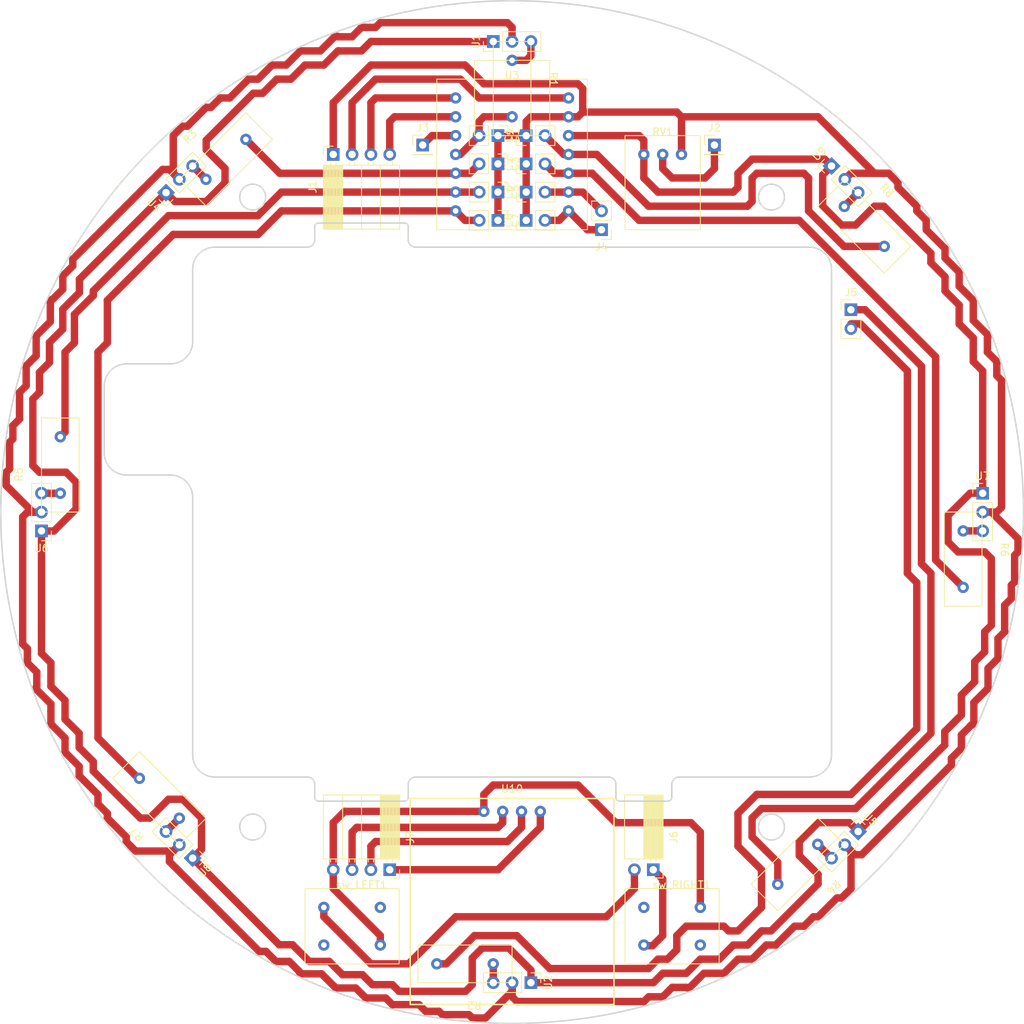
<source format=kicad_pcb>
(kicad_pcb (version 20211014) (generator pcbnew)
  (layers (0 "F.Cu" signal) (31 "B.Cu" signal) (34 "B.Paste" user) (35 "F.Paste" user) (36 "B.SilkS" user "B.Silkscreen") (37 "F.SilkS" user "F.Silkscreen") (38 "B.Mask" user) (39 "F.Mask" user) (44 "Edge.Cuts" user))
  (net 0 "")
  (net 1 "GND")
  (net 2 "IR1")
  (net 3 "IR5")
  (net 4 "IR2")
  (net 5 "IR6")
  (net 6 "IR3")
  (net 7 "IR7")
  (net 8 "IR4")
  (net 9 "IR8")
  (net 10 "IR_DAC")
  (net 11 "IR_dist")
  (net 12 "+5V")
  (net 13 "Net-(R1-Pad1)")
  (net 14 "Net-(R2-Pad1)")
  (net 15 "Net-(R3-Pad1)")
  (net 16 "Net-(R4-Pad1)")
  (net 17 "Net-(R5-Pad1)")
  (net 18 "Net-(R6-Pad1)")
  (net 19 "Net-(R7-Pad1)")
  (net 20 "Net-(R8-Pad1)")
  (net 21 "+3V3")
  (net 22 "IR_Potention")
  (net 23 "Net-(J3-Pad1)")
  (net 24 "Net-(J6-Pad1)")
  (net 25 "Net-(J6-Pad2)")
  (net 26 "Net-(C6-Pad2)")
  (net 27 "Net-(C8-Pad2)")
  (net 28 "Net-(J7-Pad1)")
  (net 29 "Net-(J7-Pad2)")
  (net 30 "Net-(J7-Pad3)")
  (net 31 "Net-(J7-Pad4)")
  (footprint "Connector_PinHeader_2.54mm:PinHeader_1x03_P2.54mm_Vertical" (layer "F.Cu") (at 43.105229 -46.697332 45)
    (fp_text reference "U9")
    (fp_text value "IR8")
  )
  (footprint "Connector_PinHeader_2.54mm:PinHeader_1x02_P2.54mm_Vertical" (layer "F.Cu") (at -1.905 -43.18 -90)
    (fp_text reference "C5")
    (fp_text value "C_3")
  )
  (footprint "Connector_PinHeader_2.54mm:PinHeader_1x02_P2.54mm_Vertical" (layer "F.Cu") (at 1.905 -50.8 90)
    (fp_text reference "C4")
    (fp_text value "C_2")
  )
  (footprint "MINE:R" (layer "F.Cu") (at 65.945 5.08 -90)
    (fp_text reference "R6")
    (fp_text value "R")
  )
  (footprint "Connector_PinHeader_2.54mm:PinHeader_1x02_P2.54mm_Vertical" (layer "F.Cu") (at 1.905 -46.99 90)
    (fp_text reference "C2")
    (fp_text value "C_2")
  )
  (footprint "Connector_PinHeader_2.54mm:PinHeader_1x03_P2.54mm_Vertical" (layer "F.Cu") (at -46.697332 -43.105229 135)
    (fp_text reference "U4")
    (fp_text value "IR2")
  )
  (footprint "MINE:R" (layer "F.Cu") (at 43.038054 50.222259 -135)
    (fp_text reference "R4")
    (fp_text value "R")
  )
  (footprint "Connector_PinHeader_2.54mm:PinHeader_1x01_P2.54mm_Vertical" (layer "F.Cu") (at 27.305 -49.53)
    (fp_text reference "J2")
    (fp_text value "b")
  )
  (footprint "Connector_PinHeader_2.54mm:PinHeader_1x02_P2.54mm_Vertical" (layer "F.Cu") (at -1.905 -50.8 -90)
    (fp_text reference "C1")
    (fp_text value "C_1")
  )
  (footprint "OLED:0.96inchOLED" (layer "F.Cu") (at 0 37.845)
    (fp_text reference "U10")
    (fp_text value "0.96inchOLED")
  )
  (footprint "R_Potentiometer:Potentiometer" (layer "F.Cu") (at 20.32 -50.8)
    (fp_text reference "RV1")
    (fp_text value "R_Potentiometer")
  )
  (footprint "Connector_PinHeader_2.54mm:PinHeader_1x03_P2.54mm_Vertical" (layer "F.Cu") (at 2.54 63.5 -90)
    (fp_text reference "U2")
    (fp_text value "IR5")
  )
  (footprint "Connector_PinHeader_2.54mm:PinHeader_1x02_P2.54mm_Vertical" (layer "F.Cu") (at -1.905 -39.37 -90)
    (fp_text reference "C7")
    (fp_text value "C_4")
  )
  (footprint "Connector_PinHeader_2.54mm:PinHeader_1x02_P2.54mm_Vertical" (layer "F.Cu") (at 12.065 -38.1 180)
    (fp_text reference "J4")
    (fp_text value "a")
  )
  (footprint "Connector_PinHeader_2.54mm:PinHeader_1x02_P2.54mm_Vertical" (layer "F.Cu") (at 1.905 -43.18 90)
    (fp_text reference "C6")
    (fp_text value "C_8")
  )
  (footprint "Connector_PinHeader_2.54mm:PinHeader_1x02_P2.54mm_Vertical" (layer "F.Cu") (at -1.905 -46.99 -90)
    (fp_text reference "C3")
    (fp_text value "C_2")
  )
  (footprint "Connector_PinHeader_2.54mm:PinHeader_1x02_P2.54mm_Vertical" (layer "F.Cu") (at 45.72 -27.305)
    (fp_text reference "J5")
    (fp_text value "a")
  )
  (footprint "TACTSW:TACTSW" (layer "F.Cu") (at -20.32 50.8)
    (fp_text reference "sw_LEFT1")
    (fp_text value "SW_Push_Dual")
  )
  (footprint "Connector_PinSocket_2.54mm:PinSocket_1x04_P2.54mm_Horizontal" (layer "F.Cu") (at -24.13 -48.26 90)
    (fp_text reference "J1")
    (fp_text value "IR")
  )
  (footprint "Connector_PinHeader_2.54mm:PinHeader_1x03_P2.54mm_Vertical" (layer "F.Cu") (at 46.697332 43.105229 -45)
    (fp_text reference "U5")
    (fp_text value "IR6")
  )
  (footprint "Connector_PinSocket_2.54mm:PinSocket_1x04_P2.54mm_Horizontal" (layer "F.Cu") (at -16.51 48.26 -90)
    (fp_text reference "J7")
    (fp_text value "OLED")
  )
  (footprint "MINE:R" (layer "F.Cu") (at 5.08 -58.42 -90)
    (fp_text reference "R1")
    (fp_text value "R")
  )
  (footprint "Connector_PinHeader_2.54mm:PinHeader_1x03_P2.54mm_Vertical" (layer "F.Cu") (at -63.5 2.54 180)
    (fp_text reference "U6")
    (fp_text value "IR3")
  )
  (footprint "MINE:R" (layer "F.Cu") (at -5.08 66.04 180)
    (fp_text reference "R2")
    (fp_text value "R")
  )
  (footprint "TACTSW:TACTSW" (layer "F.Cu") (at 22.86 50.8)
    (fp_text reference "sw_RIGHT1")
    (fp_text value "SW_Push_Dual")
  )
  (footprint "MINE:R" (layer "F.Cu") (at -50.289434 43.105229 135)
    (fp_text reference "R7")
    (fp_text value "R")
  )
  (footprint "Connector_PinHeader_2.54mm:PinHeader_1x03_P2.54mm_Vertical" (layer "F.Cu") (at -43.105229 46.697332 -135)
    (fp_text reference "U8")
    (fp_text value "IR4")
  )
  (footprint "Connector_PinHeader_2.54mm:PinHeader_1x01_P2.54mm_Vertical" (layer "F.Cu") (at -12.065 -49.53)
    (fp_text reference "J3")
    (fp_text value "b")
  )
  (footprint "Connector_PinHeader_2.54mm:PinHeader_1x03_P2.54mm_Vertical" (layer "F.Cu") (at -2.54 -63.5 90)
    (fp_text reference "U1")
    (fp_text value "IR1")
  )
  (footprint "MINE:R" (layer "F.Cu") (at 50.222259 -43.038054 -45)
    (fp_text reference "R8")
    (fp_text value "R")
  )
  (footprint "Connector_PinHeader_2.54mm:PinHeader_1x02_P2.54mm_Vertical" (layer "F.Cu") (at 1.905 -39.37 90)
    (fp_text reference "C8")
    (fp_text value "C_7")
  )
  (footprint "MINE:R" (layer "F.Cu") (at -43.105229 -50.289434 45)
    (fp_text reference "R3")
    (fp_text value "R")
  )
  (footprint "Connector_PinHeader_2.54mm:PinHeader_1x03_P2.54mm_Vertical" (layer "F.Cu") (at 63.5 -2.54)
    (fp_text reference "U7")
    (fp_text value "IR7")
  )
  (footprint "Connector_PinSocket_2.54mm:PinSocket_1x02_P2.54mm_Horizontal" (layer "F.Cu") (at 19.05 48.26 -90)
    (fp_text reference "J6")
    (fp_text value "SW")
  )
  (footprint "MINE:R" (layer "F.Cu") (at -66.04 -5.08 90)
    (fp_text reference "R5")
    (fp_text value "R")
  )
  (footprint "seeeduino_xiao:seeeduino_xiao" (layer "F.Cu") (at 0 -58.42)
    (fp_text reference "U3")
    (fp_text value "seeeduino_xion")
  )
  (gr_line (start -27.63 -35.75) (end -40.1038 -35.75) (layer "Edge.Cuts") (width 0.2))
  (gr_arc (start -26.63 -38.500001) (mid -26.483553 -38.853554) (end -26.13 -39.000001) (layer "Edge.Cuts") (width 0.2))
  (gr_circle (center -35 42.5) (end -33.25 42.5) (layer "Edge.Cuts") (width 0.2) (fill none))
  (gr_arc (start -26.13 39.000001) (mid -26.483553 38.853554) (end -26.63 38.500001) (layer "Edge.Cuts") (width 0.2))
  (gr_line (start 13.01 -35.75) (end 27.63 -35.75) (layer "Edge.Cuts") (width 0.2))
  (gr_arc (start -43.1038 -32.75) (mid -42.225121 -34.871321) (end -40.1038 -35.75) (layer "Edge.Cuts") (width 0.2))
  (gr_line (start -43.1038 -32.75) (end -43.1038 -23) (layer "Edge.Cuts") (width 0.2))
  (gr_line (start -26.63 38.500001) (end -26.63 36.75) (layer "Edge.Cuts") (width 0.2))
  (gr_arc (start 40.1038 -35.75) (mid 42.22512 -34.87132) (end 43.1038 -32.75) (layer "Edge.Cuts") (width 0.2))
  (gr_line (start -26.13 39.000001) (end -14.51 39.000001) (layer "Edge.Cuts") (width 0.2))
  (gr_arc (start -52.034301 -5) (mid -54.155621 -5.87868) (end -55.034301 -8) (layer "Edge.Cuts") (width 0.2))
  (gr_line (start 22.55 35.75) (end 27.63 35.75) (layer "Edge.Cuts") (width 0.2))
  (gr_arc (start -43.1038 -23) (mid -43.98248 -20.87868) (end -46.1038 -20) (layer "Edge.Cuts") (width 0.2))
  (gr_line (start -14.51 -39.000001) (end -26.13 -39.000001) (layer "Edge.Cuts") (width 0.2))
  (gr_line (start -14.01 38.500001) (end -14.01 36.75) (layer "Edge.Cuts") (width 0.2))
  (gr_arc (start -13.01 -35.75) (mid -13.717107 -36.042893) (end -14.01 -36.75) (layer "Edge.Cuts") (width 0.2))
  (gr_line (start -52.034301 -5) (end -46.1038 -5) (layer "Edge.Cuts") (width 0.2))
  (gr_line (start -55.034301 -17) (end -55.034301 -8) (layer "Edge.Cuts") (width 0.2))
  (gr_arc (start -26.63 -36.75) (mid -26.922893 -36.042893) (end -27.63 -35.75) (layer "Edge.Cuts") (width 0.2))
  (gr_circle (center 35 42.5) (end 36.75 42.5) (layer "Edge.Cuts") (width 0.2) (fill none))
  (gr_line (start -14.01 -38.500001) (end -14.01 -36.75) (layer "Edge.Cuts") (width 0.2))
  (gr_arc (start 13.01 35.75) (mid 13.717107 36.042893) (end 14.01 36.75) (layer "Edge.Cuts") (width 0.2))
  (gr_line (start 13.01 -35.75) (end -13.01 -35.75) (layer "Edge.Cuts") (width 0.2))
  (gr_arc (start -14.01 38.500001) (mid -14.156447 38.853554) (end -14.51 39.000001) (layer "Edge.Cuts") (width 0.2))
  (gr_line (start -46.1038 -20) (end -52.034301 -20) (layer "Edge.Cuts") (width 0.2))
  (gr_line (start 40.1038 35.75) (end 27.63 35.75) (layer "Edge.Cuts") (width 0.2))
  (gr_line (start 13.01 35.75) (end -13.01 35.75) (layer "Edge.Cuts") (width 0.2))
  (gr_arc (start 21.55 36.75) (mid 21.842893 36.042893) (end 22.55 35.75) (layer "Edge.Cuts") (width 0.2))
  (gr_arc (start -14.51 -39.000001) (mid -14.156447 -38.853554) (end -14.01 -38.500001) (layer "Edge.Cuts") (width 0.2))
  (gr_line (start 43.1038 -31.211331) (end 43.1038 -32.75) (layer "Edge.Cuts") (width 0.2))
  (gr_circle (center 0 0) (end 69 0) (layer "Edge.Cuts") (width 0.2) (fill none))
  (gr_arc (start -46.1038 -5) (mid -43.98248 -4.12132) (end -43.1038 -2) (layer "Edge.Cuts") (width 0.2))
  (gr_arc (start 21.55 38.500001) (mid 21.403553 38.853554) (end 21.05 39.000001) (layer "Edge.Cuts") (width 0.2))
  (gr_line (start -43.1038 -2) (end -43.1038 32.75) (layer "Edge.Cuts") (width 0.2))
  (gr_arc (start -14.01 36.75) (mid -13.717107 36.042893) (end -13.01 35.75) (layer "Edge.Cuts") (width 0.2))
  (gr_line (start 14.51 39.000001) (end 21.05 39.000001) (layer "Edge.Cuts") (width 0.2))
  (gr_line (start -27.63 35.75) (end -40.1038 35.75) (layer "Edge.Cuts") (width 0.2))
  (gr_arc (start -27.63 35.75) (mid -26.922893 36.042893) (end -26.63 36.75) (layer "Edge.Cuts") (width 0.2))
  (gr_circle (center 35 -42.5) (end 36.75 -42.5) (layer "Edge.Cuts") (width 0.2) (fill none))
  (gr_line (start 43.1038 32.75) (end 43.1038 -31.211331) (layer "Edge.Cuts") (width 0.2))
  (gr_arc (start -40.1038 35.75) (mid -42.225121 34.871321) (end -43.1038 32.75) (layer "Edge.Cuts") (width 0.2))
  (gr_arc (start -55.034301 -17) (mid -54.155622 -19.121321) (end -52.034301 -20) (layer "Edge.Cuts") (width 0.2))
  (gr_circle (center -35 -42.5) (end -33.25 -42.5) (layer "Edge.Cuts") (width 0.2) (fill none))
  (gr_arc (start 43.1038 32.75) (mid 42.22512 34.87132) (end 40.1038 35.75) (layer "Edge.Cuts") (width 0.2))
  (gr_line (start -26.63 -38.500001) (end -26.63 -36.75) (layer "Edge.Cuts") (width 0.2))
  (gr_line (start 40.1038 -35.75) (end 27.63 -35.75) (layer "Edge.Cuts") (width 0.2))
  (gr_line (start 14.01 36.75) (end 14.01 38.500001) (layer "Edge.Cuts") (width 0.2))
  (gr_line (start 21.55 38.500001) (end 21.55 36.75) (layer "Edge.Cuts") (width 0.2))
  (gr_arc (start 14.51 39.000001) (mid 14.156446 38.853554) (end 14.01 38.500001) (layer "Edge.Cuts") (width 0.2))
  (segment (start -6.35 -60.325) (end -3.81 -57.785) (width 1) (layer "F.Cu") (net 1))
  (segment (start -1.905 -39.37) (end -1.905 -50.8) (width 1) (layer "F.Cu") (net 1))
  (segment (start -21.59 -64.135) (end -23.495 -64.135) (width 1) (layer "F.Cu") (net 1))
  (segment (start -68.260553 -5.377547) (end -68.260553 -3.581496) (width 1) (layer "F.Cu") (net 1))
  (segment (start -21.092995 64.219438) (end -19.745957 65.566476) (width 1) (layer "F.Cu") (net 1))
  (segment (start 52.07 -44.449999) (end 50.8 -45.719999) (width 1) (layer "F.Cu") (net 1))
  (segment (start 47.156951 46.237713) (end 59.280296 34.114367) (width 1) (layer "F.Cu") (net 1))
  (segment (start 62.307807 25.698703) (end 64.219437 23.787073) (width 1) (layer "F.Cu") (net 1))
  (segment (start 64.668449 -0.010607) (end 63.510605 -0.010606) (width 1) (layer "F.Cu") (net 1))
  (segment (start 67.362527 9.867676) (end 67.81154 9.418663) (width 1) (layer "F.Cu") (net 1))
  (segment (start -64.66845 0.010607) (end -63.510606 0.010607) (width 1) (layer "F.Cu") (net 1))
  (segment (start 60.325 -30.48) (end 60.325001 -32.385) (width 1) (layer "F.Cu") (net 1))
  (segment (start 1.905 -52.705) (end 2.54 -53.34) (width 1) (layer "F.Cu") (net 1))
  (segment (start 63.5 0.000001) (end 65.405 -0.000001) (width 1) (layer "F.Cu") (net 1))
  (segment (start 23.562527 64.187527) (end 23.929018 64.187528) (width 1) (layer "F.Cu") (net 1))
  (segment (start 64.187528 -23.914018) (end 62.23 -25.871547) (width 1) (layer "F.Cu") (net 1))
  (segment (start 41.29 54.61) (end 43.83 52.07) (width 1) (layer "F.Cu") (net 1))
  (segment (start -45.72 -45.719999) (end -44.901281 -44.90128) (width 1) (layer "F.Cu") (net 1))
  (segment (start -3.581496 68.260553) (end 0.010607 64.66845) (width 1) (layer "F.Cu") (net 1))
  (segment (start -23.787072 64.219438) (end -21.092995 64.219438) (width 1) (layer "F.Cu") (net 1))
  (segment (start -60.627335 -31.869303) (end -60.627335 -30.073251) (width 1) (layer "F.Cu") (net 1))
  (segment (start 67.362528 11.663726) (end 67.362527 9.867676) (width 1) (layer "F.Cu") (net 1))
  (segment (start 59.280296 33.216342) (end 60.627334 31.869304) (width 1) (layer "F.Cu") (net 1))
  (segment (start -52.07 43.83) (end -52.07 44.465) (width 1) (layer "F.Cu") (net 1))
  (segment (start 65.405 -20.319999) (end 64.134999 -21.59) (width 1) (layer "F.Cu") (net 1))
  (segment (start 65.405 -18.414999) (end 65.405 -20.319999) (width 1) (layer "F.Cu") (net 1))
  (segment (start 35.575 58.42) (end 38.115 55.88) (width 1) (layer "F.Cu") (net 1))
  (segment (start -35.56 -58.42) (end -38.1 -55.88) (width 1) (layer "F.Cu") (net 1))
  (segment (start -64.134999 21.605) (end -64.135 23.51) (width 1) (layer "F.Cu") (net 1))
  (segment (start 54.61 -40.64) (end 54.61 -41.275) (width 1) (layer "F.Cu") (net 1))
  (segment (start -67.362528 -9.867675) (end -67.81154 -9.418662) (width 1) (layer "F.Cu") (net 1))
  (segment (start -0.635 -66.04) (end -17.78 -66.04) (width 1) (layer "F.Cu") (net 1))
  (segment (start 65.566476 17.051881) (end 66.464501 16.153855) (width 1) (layer "F.Cu") (net 1))
  (segment (start -9.867675 67.362528) (end -9.418662 67.81154) (width 1) (layer "F.Cu") (net 1))
  (segment (start -31.869303 60.627335) (end -30.073251 60.627335) (width 1) (layer "F.Cu") (net 1))
  (segment (start -34.29 -58.42) (end -35.56 -58.42) (width 1) (layer "F.Cu") (net 1))
  (segment (start -67.81154 -5.82656) (end -68.260553 -5.377547) (width 1) (layer "F.Cu") (net 1))
  (segment (start -62.307807 -28.467065) (end -62.307807 -25.698703) (width 1) (layer "F.Cu") (net 1))
  (segment (start -64.187528 23.929018) (end -62.23 25.886546) (width 1) (layer "F.Cu") (net 1))
  (segment (start 8.89 -57.785) (end 9.525 -57.15) (width 1) (layer "F.Cu") (net 1))
  (segment (start -60.627335 -30.073251) (end -61.974374 -28.726213) (width 1) (layer "F.Cu") (net 1))
  (segment (start -23.547527 -64.187527) (end -23.914018 -64.187527) (width 1) (layer "F.Cu") (net 1))
  (segment (start 23.929018 64.187528) (end 25.886546 62.23) (width 1) (layer "F.Cu") (net 1))
  (segment (start 30.495 60.325) (end 32.4 60.325) (width 1) (layer "F.Cu") (net 1))
  (segment (start 52.070001 -43.815) (end 52.07 -44.449999) (width 1) (layer "F.Cu") (net 1))
  (segment (start 0 -63.5) (end 0 -65.405) (width 1) (layer "F.Cu") (net 1))
  (segment (start -66.04 0.65) (end -66.04 17.795) (width 1) (layer "F.Cu") (net 1))
  (segment (start 66.04 -0.635) (end 66.04 -17.78) (width 1) (layer "F.Cu") (net 1))
  (segment (start 39.385001 55.88) (end 40.655 54.61) (width 1) (layer "F.Cu") (net 1))
  (segment (start 0.010607 64.66845) (end 0.010607 63.510606) (width 1) (layer "F.Cu") (net 1))
  (segment (start 34.305 58.42) (end 35.575 58.42) (width 1) (layer "F.Cu") (net 1))
  (segment (start -67.362528 -11.663726) (end -67.362528 -9.867675) (width 1) (layer "F.Cu") (net 1))
  (segment (start 44.911886 44.890675) (end 46.258926 46.237712) (width 1) (layer "F.Cu") (net 1))
  (segment (start -54.61 41.29) (end -52.07 43.83) (width 1) (layer "F.Cu") (net 1))
  (segment (start -24.13 -48.26) (end -24.13 -55.245) (width 1) (layer "F.Cu") (net 1))
  (segment (start -66.464502 -12.561752) (end -67.362528 -11.663726) (width 1) (layer "F.Cu") (net 1))
  (segment (start -66.04 17.795) (end -65.405 18.43) (width 1) (layer "F.Cu") (net 1))
  (segment (start 68.260552 5.377548) (end 68.260552 3.581497) (width 1) (layer "F.Cu") (net 1))
  (segment (start 48.895001 -45.719999) (end 50.8 -45.719999) (width 1) (layer "F.Cu") (net 1))
  (segment (start -61.974374 -28.726213) (end -62.048658 -28.726213) (width 1) (layer "F.Cu") (net 1))
  (segment (start 66.464501 16.153855) (end 66.464501 12.561753) (width 1) (layer "F.Cu") (net 1))
  (segment (start -23.495 -64.135) (end -23.547527 -64.187527) (width 1) (layer "F.Cu") (net 1))
  (segment (start -55.88 38.115) (end -55.88 39.385001) (width 1) (layer "F.Cu") (net 1))
  (segment (start 8.89 -53.34) (end 7.62 -53.34) (width 1) (layer "F.Cu") (net 1))
  (segment (start 32.4 60.325) (end 34.305 58.42) (width 1) (layer "F.Cu") (net 1))
  (segment (start 38.115 55.88) (end 39.385001 55.88) (width 1) (layer "F.Cu") (net 1))
  (segment (start 55.88 -38.099999) (end 55.88 -39.370001) (width 1) (layer "F.Cu") (net 1))
  (segment (start -5.377547 68.260553) (end -3.581496 68.260553) (width 1) (layer "F.Cu") (net 1))
  (segment (start 43.83 52.07) (end 44.465 52.07) (width 1) (layer "F.Cu") (net 1))
  (segment (start -11.663726 67.362528) (end -9.867675 67.362528) (width 1) (layer "F.Cu") (net 1))
  (segment (start -33.216341 59.280297) (end -31.869303 60.627335) (width 1) (layer "F.Cu") (net 1))
  (segment (start -62.23 28.59) (end -60.325 30.495) (width 1) (layer "F.Cu") (net 1))
  (segment (start 0.635 -57.785) (end 8.89 -57.785) (width 1) (layer "F.Cu") (net 1))
  (segment (start -65.566476 -17.05188) (end -66.464502 -16.153854) (width 1) (layer "F.Cu") (net 1))
  (segment (start 64.219437 23.787073) (end 64.219437 21.092996) (width 1) (layer "F.Cu") (net 1))
  (segment (start -23.914018 -64.187527) (end -25.871545 -62.23) (width 1) (layer "F.Cu") (net 1))
  (segment (start 60.627334 30.073251) (end 61.974373 28.726214) (width 1) (layer "F.Cu") (net 1))
  (segment (start -9.418662 67.81154) (end -5.82656 67.81154) (width 1) (layer "F.Cu") (net 1))
  (segment (start 67.81154 5.826561) (end 68.260552 5.377548) (width 1) (layer "F.Cu") (net 1))
  (segment (start -18.415 -65.405) (end -20.32 -65.405) (width 1) (layer "F.Cu") (net 1))
  (segment (start -32.385 -60.325) (end -34.29 -58.42) (width 1) (layer "F.Cu") (net 1))
  (segment (start -28.726213 62.048658) (end -28.467065 62.307807) (width 1) (layer "F.Cu") (net 1))
  (segment (start 45.735 45.719999) (end 44.91628 44.90128) (width 1) (layer "F.Cu") (net 1))
  (segment (start 66.04 -17.78) (end 65.405 -18.414999) (width 1) (layer "F.Cu") (net 1))
  (segment (start 0.65 66.04) (end 17.795 66.04) (width 1) (layer "F.Cu") (net 1))
  (segment (start 23.51 64.135) (end 23.562527 64.187527) (width 1) (layer "F.Cu") (net 1))
  (segment (start -25.871545 -62.23) (end -28.575 -62.23) (width 1) (layer "F.Cu") (net 1))
  (segment (start -41.275 -54.61) (end -43.815 -52.07) (width 1) (layer "F.Cu") (net 1))
  (segment (start 55.88 -39.370001) (end 54.61 -40.64) (width 1) (layer "F.Cu") (net 1))
  (segment (start -46.237712 47.156951) (end -34.114367 59.280297) (width 1) (layer "F.Cu") (net 1))
  (segment (start -58.42 35.575) (end -55.88 38.115) (width 1) (layer "F.Cu") (net 1))
  (segment (start -66.464502 -16.153854) (end -66.464502 -12.561752) (width 1) (layer "F.Cu") (net 1))
  (segment (start -44.890674 44.911887) (end -46.237712 46.258926) (width 1) (layer "F.Cu") (net 1))
  (segment (start 44.465 52.07) (end 45.735 50.8) (width 1) (layer "F.Cu") (net 1))
  (segment (start -65.405 20.334999) (end -64.134999 21.605) (width 1) (layer "F.Cu") (net 1))
  (segment (start 28.59 62.23) (end 30.495 60.325) (width 1) (layer "F.Cu") (net 1))
  (segment (start 62.23 -25.871547) (end 62.23 -28.575) (width 1) (layer "F.Cu") (net 1))
  (segment (start -62.23 25.886546) (end -62.23 28.59) (width 1) (layer "F.Cu") (net 1))
  (segment (start 60.325001 -32.385) (end 58.42 -34.29) (width 1) (layer "F.Cu") (net 1))
  (segment (start 58.42 -34.29) (end 58.42 -35.56) (width 1) (layer "F.Cu") (net 1))
  (segment (start -65.405 18.43) (end -65.405 20.334999) (width 1) (layer "F.Cu") (net 1))
  (segment (start 67.81154 9.418663) (end 67.81154 5.826561) (width 1) (layer "F.Cu") (net 1))
  (segment (start 17.795 66.04) (end 18.43 65.405) (width 1) (layer "F.Cu") (net 1))
  (segment (start -30.073251 60.627335) (end -28.726213 61.974374) (width 1) (layer "F.Cu") (net 1))
  (segment (start 1.905 -39.37) (end 1.905 -50.8) (width 1) (layer "F.Cu") (net 1))
  (segment (start 0.015 63.5) (end 0.015001 65.405) (width 1) (layer "F.Cu") (net 1))
  (segment (start 64.135 -23.495) (end 64.187528 -23.547527) (width 1) (layer "F.Cu") (net 1))
  (segment (start -64.187527 23.562527) (end -64.187528 23.929018) (width 1) (layer "F.Cu") (net 1))
  (segment (start -65.405 0.015001) (end -66.04 0.65) (width 1) (layer "F.Cu") (net 1))
  (segment (start -45.719999 45.735) (end -44.90128 44.91628) (width 1) (layer "F.Cu") (net 1))
  (segment (start -3.81 -57.785) (end 0.635 -57.785) (width 1) (layer "F.Cu") (net 1))
  (segment (start 65.566476 19.745958) (end 65.566476 17.051881) (width 1) (layer "F.Cu") (net 1))
  (segment (start -45.72 -50.8) (end -45.72 -45.719999) (width 1) (layer "F.Cu") (net 1))
  (segment (start 2.54 -53.34) (end 7.62 -53.34) (width 1) (layer "F.Cu") (net 1))
  (segment (start 54.61 -41.275) (end 52.070001 -43.815) (width 1) (layer "F.Cu") (net 1))
  (segment (start -65.566476 -19.745957) (end -65.566476 -17.05188) (width 1) (layer "F.Cu") (net 1))
  (segment (start -60.325 32.4) (end -58.42 34.305) (width 1) (layer "F.Cu") (net 1))
  (segment (start 58.42 -35.56) (end 55.88 -38.099999) (width 1) (layer "F.Cu") (net 1))
  (segment (start -62.307807 -25.698703) (end -64.219438 -23.787072) (width 1) (layer "F.Cu") (net 1))
  (segment (start 18.43 65.405) (end 20.334999 65.405) (width 1) (layer "F.Cu") (net 1))
  (segment (start 22.86 -53.34) (end 41.275 -53.34) (width 1) (layer "F.Cu") (net 1))
  (segment (start -64.219438 -23.787072) (end -64.219438 -21.092995) (width 1) (layer "F.Cu") (net 1))
  (segment (start -59.280297 -33.216341) (end -60.627335 -31.869303) (width 1) (layer "F.Cu") (net 1))
  (segment (start 46.258926 46.237712) (end 47.156951 46.237713) (width 1) (layer "F.Cu") (net 1))
  (segment (start -19.05 -60.325) (end -6.35 -60.325) (width 1) (layer "F.Cu") (net 1))
  (segment (start -67.81154 -9.418662) (end -67.81154 -5.82656) (width 1) (layer "F.Cu") (net 1))
  (segment (start 40.655 54.61) (end 41.29 54.61) (width 1) (layer "F.Cu") (net 1))
  (segment (start 59.280296 34.114367) (end 59.280296 33.216342) (width 1) (layer "F.Cu") (net 1))
  (segment (start -39.37 -55.88) (end -40.64 -54.61) (width 1) (layer "F.Cu") (net 1))
  (segment (start -19.745957 65.566476) (end -17.05188 65.566476) (width 1) (layer "F.Cu") (net 1))
  (segment (start -52.07 44.465) (end -50.8 45.735) (width 1) (layer "F.Cu") (net 1))
  (segment (start 64.219437 21.092996) (end 65.566476 19.745958) (width 1) (layer "F.Cu") (net 1))
  (segment (start -38.1 -55.88) (end -39.37 -55.88) (width 1) (layer "F.Cu") (net 1))
  (segment (start -28.575 -62.23) (end -30.48 -60.325) (width 1) (layer "F.Cu") (net 1))
  (segment (start -28.726213 61.974374) (end -28.726213 62.048658) (width 1) (layer "F.Cu") (net 1))
  (segment (start -28.467065 62.307807) (end -25.698703 62.307807) (width 1) (layer "F.Cu") (net 1))
  (segment (start -64.219438 -21.092995) (end -65.566476 -19.745957) (width 1) (layer "F.Cu") (net 1))
  (segment (start -59.280297 -34.114367) (end -59.280297 -33.216341) (width 1) (layer "F.Cu") (net 1))
  (segment (start 9.525 -53.975) (end 8.89 -53.34) (width 1) (layer "F.Cu") (net 1))
  (segment (start -62.048658 -28.726213) (end -62.307807 -28.467065) (width 1) (layer "F.Cu") (net 1))
  (segment (start 64.134999 -21.59) (end 64.135 -23.495) (width 1) (layer "F.Cu") (net 1))
  (segment (start -17.05188 65.566476) (end -16.153854 66.464502) (width 1) (layer "F.Cu") (net 1))
  (segment (start -46.258926 -46.237712) (end -47.156951 -46.237712) (width 1) (layer "F.Cu") (net 1))
  (segment (start -40.64 -54.61) (end -41.275 -54.61) (width 1) (layer "F.Cu") (net 1))
  (segment (start 66.464501 12.561753) (end 67.362528 11.663726) (width 1) (layer "F.Cu") (net 1))
  (segment (start 20.334999 65.405) (end 21.605 64.134999) (width 1) (layer "F.Cu") (net 1))
  (segment (start -1.905 -50.8) (end 1.905 -50.8) (width 1) (layer "F.Cu") (net 1))
  (segment (start -64.135 23.51) (end -64.187527 23.562527) (width 1) (layer "F.Cu") (net 1))
  (segment (start 9.525 -53.975) (end 22.225 -53.975) (width 1) (layer "F.Cu") (net 1))
  (segment (start 65.405 -0.000001) (end 66.04 -0.635) (width 1) (layer "F.Cu") (net 1))
  (segment (start 64.187528 -23.547527) (end 64.187528 -23.914018) (width 1) (layer "F.Cu") (net 1))
  (segment (start -24.13 -55.245) (end -19.05 -60.325) (width 1) (layer "F.Cu") (net 1))
  (segment (start -68.260553 -3.581496) (end -64.66845 0.010607) (width 1) (layer "F.Cu") (net 1))
  (segment (start -60.325 30.495) (end -60.325 32.4) (width 1) (layer "F.Cu") (net 1))
  (segment (start -5.82656 67.81154) (end -5.377547 68.260553) (width 1) (layer "F.Cu") (net 1))
  (segment (start 62.048658 28.726214) (end 62.307807 28.467066) (width 1) (layer "F.Cu") (net 1))
  (segment (start -58.42 34.305) (end -58.42 35.575) (width 1) (layer "F.Cu") (net 1))
  (segment (start 62.23 -28.575) (end 60.325 -30.48) (width 1) (layer "F.Cu") (net 1))
  (segment (start 61.974373 28.726214) (end 62.048658 28.726214) (width 1) (layer "F.Cu") (net 1))
  (segment (start 22.86 -53.34) (end 22.86 -48.26) (width 1) (layer "F.Cu") (net 1))
  (segment (start 22.225 -53.975) (end 22.86 -53.34) (width 1) (layer "F.Cu") (net 1))
  (segment (start -25.698703 62.307807) (end -23.787072 64.219438) (width 1) (layer "F.Cu") (net 1))
  (segment (start 21.605 64.134999) (end 23.51 64.135) (width 1) (layer "F.Cu") (net 1))
  (segment (start 25.886546 62.23) (end 28.59 62.23) (width 1) (layer "F.Cu") (net 1))
  (segment (start 41.275 -53.34) (end 48.895001 -45.719999) (width 1) (layer "F.Cu") (net 1))
  (segment (start 0.015001 65.405) (end 0.65 66.04) (width 1) (layer "F.Cu") (net 1))
  (segment (start 68.260552 3.581497) (end 64.668449 -0.010607) (width 1) (layer "F.Cu") (net 1))
  (segment (start -55.88 39.385001) (end -54.61 40.655) (width 1) (layer "F.Cu") (net 1))
  (segment (start -16.153854 66.464502) (end -12.561752 66.464502) (width 1) (layer "F.Cu") (net 1))
  (segment (start -44.45 -52.07) (end -45.72 -50.8) (width 1) (layer "F.Cu") (net 1))
  (segment (start -54.61 40.655) (end -54.61 41.29) (width 1) (layer "F.Cu") (net 1))
  (segment (start 60.627334 31.869304) (end 60.627334 30.073251) (width 1) (layer "F.Cu") (net 1))
  (segment (start 1.905 -50.8) (end 1.905 -52.705) (width 1) (layer "F.Cu") (net 1))
  (segment (start -20.32 -65.405) (end -21.59 -64.135) (width 1) (layer "F.Cu") (net 1))
  (segment (start -50.8 45.735) (end -45.719999 45.735) (width 1) (layer "F.Cu") (net 1))
  (segment (start -43.815 -52.07) (end -44.45 -52.07) (width 1) (layer "F.Cu") (net 1))
  (segment (start 50.8 -45.719999) (end 45.719999 -45.72) (width 1) (layer "F.Cu") (net 1))
  (segment (start 62.307807 28.467066) (end 62.307807 25.698703) (width 1) (layer "F.Cu") (net 1))
  (segment (start -63.5 0.015) (end -65.405 0.015001) (width 1) (layer "F.Cu") (net 1))
  (segment (start 0 -65.405) (end -0.635 -66.04) (width 1) (layer "F.Cu") (net 1))
  (segment (start -46.237712 46.258926) (end -46.237712 47.156951) (width 1) (layer "F.Cu") (net 1))
  (segment (start -44.911887 -44.890674) (end -46.258926 -46.237712) (width 1) (layer "F.Cu") (net 1))
  (segment (start 45.719999 -45.72) (end 44.90128 -44.90128) (width 1) (layer "F.Cu") (net 1))
  (segment (start 45.735 50.8) (end 45.735 45.719999) (width 1) (layer "F.Cu") (net 1))
  (segment (start -12.561752 66.464502) (end -11.663726 67.362528) (width 1) (layer "F.Cu") (net 1))
  (segment (start -34.114367 59.280297) (end -33.216341 59.280297) (width 1) (layer "F.Cu") (net 1))
  (segment (start -47.156951 -46.237712) (end -59.280297 -34.114367) (width 1) (layer "F.Cu") (net 1))
  (segment (start -17.78 -66.04) (end -18.415 -65.405) (width 1) (layer "F.Cu") (net 1))
  (segment (start 9.525 -57.15) (end 9.525 -53.975) (width 1) (layer "F.Cu") (net 1))
  (segment (start -30.48 -60.325) (end -32.385 -60.325) (width 1) (layer "F.Cu") (net 1))
  (segment (start -6.985 -48.26) (end -7.62 -48.26) (width 1) (layer "F.Cu") (net 2))
  (segment (start -4.445 -50.8) (end -6.985 -48.26) (width 1) (layer "F.Cu") (net 2))
  (segment (start -4.445 -52.705) (end -3.81 -53.34) (width 1) (layer "F.Cu") (net 2))
  (segment (start -3.81 -53.34) (end 0 -53.34) (width 1) (layer "F.Cu") (net 2))
  (segment (start -4.445 -50.8) (end -4.445 -52.705) (width 1) (layer "F.Cu") (net 2))
  (segment (start 30.48 40.64) (end 30.48 45.085) (width 1) (layer "F.Cu") (net 3))
  (segment (start 45.72 38.1) (end 33.02 38.1) (width 1) (layer "F.Cu") (net 3))
  (segment (start 28.575 55.88) (end 23.495 55.88) (width 1) (layer "F.Cu") (net 3))
  (segment (start -5.08 57.15) (end -8.89 60.96) (width 1) (layer "F.Cu") (net 3))
  (segment (start 33.02 38.1) (end 30.48 40.64) (width 1) (layer "F.Cu") (net 3))
  (segment (start 23.495 55.88) (end 22.225 57.15) (width 1) (layer "F.Cu") (net 3))
  (segment (start 45.72 -25.4) (end 46.99 -25.4) (width 1) (layer "F.Cu") (net 3))
  (segment (start 53.34 8.255) (end 54.61 9.525) (width 1) (layer "F.Cu") (net 3))
  (segment (start 53.34 -19.05) (end 53.34 8.255) (width 1) (layer "F.Cu") (net 3))
  (segment (start 20.955 60.325) (end 19.685 60.325) (width 1) (layer "F.Cu") (net 3))
  (segment (start 29.21 56.515) (end 28.575 55.88) (width 1) (layer "F.Cu") (net 3))
  (segment (start 54.61 29.21) (end 45.72 38.1) (width 1) (layer "F.Cu") (net 3))
  (segment (start 30.48 45.085) (end 33.655 48.26) (width 1) (layer "F.Cu") (net 3))
  (segment (start 22.225 59.055) (end 20.955 60.325) (width 1) (layer "F.Cu") (net 3))
  (segment (start 5.08 61.595) (end 0.635 57.15) (width 1) (layer "F.Cu") (net 3))
  (segment (start 0.635 57.15) (end -5.08 57.15) (width 1) (layer "F.Cu") (net 3))
  (segment (start 18.415 61.595) (end 5.08 61.595) (width 1) (layer "F.Cu") (net 3))
  (segment (start 19.685 60.325) (end 18.415 61.595) (width 1) (layer "F.Cu") (net 3))
  (segment (start 30.48 56.515) (end 29.21 56.515) (width 1) (layer "F.Cu") (net 3))
  (segment (start 54.61 9.525) (end 54.61 29.21) (width 1) (layer "F.Cu") (net 3))
  (segment (start 33.655 48.26) (end 33.655 53.34) (width 1) (layer "F.Cu") (net 3))
  (segment (start 22.225 57.15) (end 22.225 59.055) (width 1) (layer "F.Cu") (net 3))
  (segment (start -8.89 60.96) (end -10.16 60.96) (width 1) (layer "F.Cu") (net 3))
  (segment (start 33.655 53.34) (end 30.48 56.515) (width 1) (layer "F.Cu") (net 3))
  (segment (start 46.99 -25.4) (end 53.34 -19.05) (width 1) (layer "F.Cu") (net 3))
  (segment (start -31.35159 -45.72) (end -35.921024 -50.289434) (width 1) (layer "F.Cu") (net 4))
  (segment (start -4.445 -46.99) (end -5.715 -45.72) (width 1) (layer "F.Cu") (net 4))
  (segment (start -7.62 -45.72) (end -31.35159 -45.72) (width 1) (layer "F.Cu") (net 4))
  (segment (start -5.715 -45.72) (end -7.62 -45.72) (width 1) (layer "F.Cu") (net 4))
  (segment (start 46.355 40.005) (end 56.515 29.845) (width 1) (layer "F.Cu") (net 5))
  (segment (start 56.515 8.255) (end 55.245 6.985) (width 1) (layer "F.Cu") (net 5))
  (segment (start 55.245 -19.685) (end 47.625 -27.305) (width 1) (layer "F.Cu") (net 5))
  (segment (start 56.515 29.845) (end 56.515 8.255) (width 1) (layer "F.Cu") (net 5))
  (segment (start 32.385 43.815) (end 32.385 41.275) (width 1) (layer "F.Cu") (net 5))
  (segment (start 47.625 -27.305) (end 45.72 -27.305) (width 1) (layer "F.Cu") (net 5))
  (segment (start 35.853849 47.283849) (end 32.385 43.815) (width 1) (layer "F.Cu") (net 5))
  (segment (start 35.853849 50.222259) (end 35.853849 47.283849) (width 1) (layer "F.Cu") (net 5))
  (segment (start 32.385 41.275) (end 33.655 40.005) (width 1) (layer "F.Cu") (net 5))
  (segment (start 33.655 40.005) (end 46.355 40.005) (width 1) (layer "F.Cu") (net 5))
  (segment (start 55.245 6.985) (end 55.245 -19.685) (width 1) (layer "F.Cu") (net 5))
  (segment (start -31.126044 -43.18) (end -34.301044 -40.005) (width 1) (layer "F.Cu") (net 6))
  (segment (start -59.055 -26.67) (end -59.055 -22.86) (width 1) (layer "F.Cu") (net 6))
  (segment (start -7.62 -43.18) (end -31.126044 -43.18) (width 1) (layer "F.Cu") (net 6))
  (segment (start -56.515 -29.21) (end -59.055 -26.67) (width 1) (layer "F.Cu") (net 6))
  (segment (start -59.055 -22.86) (end -60.325 -21.59) (width 1) (layer "F.Cu") (net 6))
  (segment (start -34.301044 -40.005) (end -46.355 -40.005) (width 1) (layer "F.Cu") (net 6))
  (segment (start -60.325 -10.795) (end -60.96 -10.16) (width 1) (layer "F.Cu") (net 6))
  (segment (start -56.515 -29.845) (end -56.515 -29.21) (width 1) (layer "F.Cu") (net 6))
  (segment (start -46.355 -40.005) (end -56.515 -29.845) (width 1) (layer "F.Cu") (net 6))
  (segment (start -60.325 -21.59) (end -60.325 -10.795) (width 1) (layer "F.Cu") (net 6))
  (segment (start -4.445 -43.18) (end -7.62 -43.18) (width 1) (layer "F.Cu") (net 6))
  (segment (start 17.145 -39.37) (end 10.795 -45.72) (width 1) (layer "F.Cu") (net 7))
  (segment (start 57.15 -20.955) (end 38.735 -39.37) (width 1) (layer "F.Cu") (net 7))
  (segment (start 10.795 -45.72) (end 7.62 -45.72) (width 1) (layer "F.Cu") (net 7))
  (segment (start 38.735 -39.37) (end 17.145 -39.37) (width 1) (layer "F.Cu") (net 7))
  (segment (start 60.865 10.16) (end 57.15 6.445) (width 1) (layer "F.Cu") (net 7))
  (segment (start 4.445 -46.99) (end 5.715 -45.72) (width 1) (layer "F.Cu") (net 7))
  (segment (start 57.15 6.445) (end 57.15 -20.955) (width 1) (layer "F.Cu") (net 7))
  (segment (start 5.715 -45.72) (end 7.62 -45.72) (width 1) (layer "F.Cu") (net 7))
  (segment (start -34.29 -37.465) (end -31.115 -40.64) (width 1) (layer "F.Cu") (net 8))
  (segment (start -6.35 -39.37) (end -7.62 -40.64) (width 1) (layer "F.Cu") (net 8))
  (segment (start -50.438976 35.921024) (end -55.88 30.48) (width 1) (layer "F.Cu") (net 8))
  (segment (start -45.72 -37.465) (end -34.29 -37.465) (width 1) (layer "F.Cu") (net 8))
  (segment (start -50.289434 35.921024) (end -50.438976 35.921024) (width 1) (layer "F.Cu") (net 8))
  (segment (start -55.88 -21.59) (end -54.61 -22.86) (width 1) (layer "F.Cu") (net 8))
  (segment (start -31.115 -40.64) (end -7.62 -40.64) (width 1) (layer "F.Cu") (net 8))
  (segment (start -54.61 -28.575) (end -45.72 -37.465) (width 1) (layer "F.Cu") (net 8))
  (segment (start -55.88 30.48) (end -55.88 -21.59) (width 1) (layer "F.Cu") (net 8))
  (segment (start -54.61 -22.86) (end -54.61 -28.575) (width 1) (layer "F.Cu") (net 8))
  (segment (start -4.445 -39.37) (end -6.35 -39.37) (width 1) (layer "F.Cu") (net 8))
  (segment (start 11.43 -48.26) (end 18.415 -41.275) (width 1) (layer "F.Cu") (net 9))
  (segment (start 39.37 -45.72) (end 40.005 -45.085) (width 1) (layer "F.Cu") (net 9))
  (segment (start 40.005 -40.64) (end 44.791151 -35.853849) (width 1) (layer "F.Cu") (net 9))
  (segment (start 7.62 -48.26) (end 11.43 -48.26) (width 1) (layer "F.Cu") (net 9))
  (segment (start 6.985 -48.26) (end 7.62 -48.26) (width 1) (layer "F.Cu") (net 9))
  (segment (start 31.75 -41.275) (end 32.385 -41.91) (width 1) (layer "F.Cu") (net 9))
  (segment (start 44.791151 -35.853849) (end 50.222259 -35.853849) (width 1) (layer "F.Cu") (net 9))
  (segment (start 4.445 -50.8) (end 6.985 -48.26) (width 1) (layer "F.Cu") (net 9))
  (segment (start 32.385 -41.91) (end 32.385 -45.085) (width 1) (layer "F.Cu") (net 9))
  (segment (start 18.415 -41.275) (end 31.75 -41.275) (width 1) (layer "F.Cu") (net 9))
  (segment (start 40.005 -45.085) (end 40.005 -40.64) (width 1) (layer "F.Cu") (net 9))
  (segment (start 32.385 -45.085) (end 33.02 -45.72) (width 1) (layer "F.Cu") (net 9))
  (segment (start 33.02 -45.72) (end 39.37 -45.72) (width 1) (layer "F.Cu") (net 9))
  (segment (start -19.05 -55.245) (end -19.05 -48.26) (width 1) (layer "F.Cu") (net 10))
  (segment (start -7.62 -55.88) (end -18.415 -55.88) (width 1) (layer "F.Cu") (net 10))
  (segment (start -18.415 -55.88) (end -19.05 -55.245) (width 1) (layer "F.Cu") (net 10))
  (segment (start -16.51 -52.705) (end -15.875 -53.34) (width 1) (layer "F.Cu") (net 11))
  (segment (start -16.51 -48.26) (end -16.51 -52.705) (width 1) (layer "F.Cu") (net 11))
  (segment (start -15.875 -53.34) (end -7.62 -53.34) (width 1) (layer "F.Cu") (net 11))
  (segment (start -18.415 -58.42) (end -6.985 -58.42) (width 1) (layer "F.Cu") (net 12))
  (segment (start -21.59 -55.245) (end -18.415 -58.42) (width 1) (layer "F.Cu") (net 12))
  (segment (start -4.445 -55.88) (end 7.62 -55.88) (width 1) (layer "F.Cu") (net 12))
  (segment (start -6.985 -58.42) (end -4.445 -55.88) (width 1) (layer "F.Cu") (net 12))
  (segment (start -21.59 -48.26) (end -21.59 -55.245) (width 1) (layer "F.Cu") (net 12))
  (segment (start 2.54 -61.595) (end 2.54 -63.5) (width 1) (layer "F.Cu") (net 13))
  (segment (start 0 -60.96) (end 1.905 -60.96) (width 1) (layer "F.Cu") (net 13))
  (segment (start 1.905 -60.96) (end 2.54 -61.595) (width 1) (layer "F.Cu") (net 13))
  (segment (start -2.54 63.5) (end -2.54 60.96) (width 1) (layer "F.Cu") (net 14))
  (segment (start -43.10523 -46.697331) (end -41.309178 -44.90128) (width 1) (layer "F.Cu") (net 15))
  (segment (start 41.242003 44.834105) (end 43.10523 46.697331) (width 1) (layer "F.Cu") (net 16))
  (segment (start -63.5 -2.54) (end -60.96 -2.54) (width 1) (layer "F.Cu") (net 17))
  (segment (start 63.5 2.54) (end 60.865 2.54) (width 1) (layer "F.Cu") (net 18))
  (segment (start -46.697331 43.10523) (end -44.90128 41.309178) (width 1) (layer "F.Cu") (net 19))
  (segment (start 46.697331 -43.10523) (end 44.834105 -41.242003) (width 1) (layer "F.Cu") (net 20))
  (segment (start 63.770424 16.153855) (end 64.66845 15.25583) (width 1) (layer "F.Cu") (net 21))
  (segment (start -48.895 41.29) (end -46.355 38.75) (width 1) (layer "F.Cu") (net 21))
  (segment (start -4.030509 58.831284) (end -0.438406 58.831284) (width 1) (layer "F.Cu") (net 21))
  (segment (start 60.325001 -27.94) (end 58.42 -29.845) (width 1) (layer "F.Cu") (net 21))
  (segment (start 63.770424 5.377548) (end 60.178322 5.377548) (width 1) (layer "F.Cu") (net 21))
  (segment (start -62.23 23.509999) (end -60.325 25.415) (width 1) (layer "F.Cu") (net 21))
  (segment (start -16.153854 63.770425) (end -15.255829 64.668451) (width 1) (layer "F.Cu") (net 21))
  (segment (start -38.735 -46.355) (end -41.275 -48.895) (width 1) (layer "F.Cu") (net 21))
  (segment (start 45.517103 41.91) (end 46.712332 43.105229) (width 1) (layer "F.Cu") (net 21))
  (segment (start -61.820297 2.550607) (end -63.510606 2.550607) (width 1) (layer "F.Cu") (net 21))
  (segment (start -25.4 -60.325) (end -23.495 -62.23) (width 1) (layer "F.Cu") (net 21))
  (segment (start -46.697332 -43.105229) (end -45.502103 -41.91) (width 1) (layer "F.Cu") (net 21))
  (segment (start 25.415 60.325) (end 27.955 60.325001) (width 1) (layer "F.Cu") (net 21))
  (segment (start -38.735 -44.45) (end -38.735 -46.355) (width 1) (layer "F.Cu") (net 21))
  (segment (start 42.177561 -47.625) (end 43.105229 -46.697332) (width 1) (layer "F.Cu") (net 21))
  (segment (start 56.515 -34.925) (end 50.165 -41.275) (width 1) (layer "F.Cu") (net 21))
  (segment (start 60.178322 5.377548) (end 58.831283 4.030509) (width 1) (layer "F.Cu") (net 21))
  (segment (start 41.29 41.91) (end 45.517103 41.91) (width 1) (layer "F.Cu") (net 21))
  (segment (start 58.42 -29.845) (end 58.42 -31.75) (width 1) (layer "F.Cu") (net 21))
  (segment (start -63.5 19.065) (end -62.23 20.334999) (width 1) (layer "F.Cu") (net 21))
  (segment (start -0.438406 58.831284) (end 2.550607 61.820297) (width 1) (layer "F.Cu") (net 21))
  (segment (start 58.831283 0.438407) (end 61.820297 -2.550606) (width 1) (layer "F.Cu") (net 21))
  (segment (start -58.382271 -29.624239) (end -60.627335 -27.379175) (width 1) (layer "F.Cu") (net 21))
  (segment (start -34.925 -56.515) (end -33.655 -56.515) (width 1) (layer "F.Cu") (net 21))
  (segment (start -63.770425 -18.847931) (end -63.770425 -16.153854) (width 1) (layer "F.Cu") (net 21))
  (segment (start -44.45 38.75) (end -41.91 41.29) (width 1) (layer "F.Cu") (net 21))
  (segment (start -5.377547 63.770425) (end -5.377547 60.178323) (width 1) (layer "F.Cu") (net 21))
  (segment (start 58.42 -31.75) (end 56.515 -33.655) (width 1) (layer "F.Cu") (net 21))
  (segment (start 44.449999 -38.735) (end 41.91 -41.274999) (width 1) (layer "F.Cu") (net 21))
  (segment (start 62.23 -20.319999) (end 62.23 -23.494999) (width 1) (layer "F.Cu") (net 21))
  (segment (start -20.32 -62.23) (end -19.05 -63.5) (width 1) (layer "F.Cu") (net 21))
  (segment (start -33.655 -56.515) (end -31.75 -58.42) (width 1) (layer "F.Cu") (net 21))
  (segment (start -43.094623 46.707938) (end -31.42029 58.382271) (width 1) (layer "F.Cu") (net 21))
  (segment (start 63.770424 18.847932) (end 63.770424 16.153855) (width 1) (layer "F.Cu") (net 21))
  (segment (start -18.847931 63.770425) (end -16.153854 63.770425) (width 1) (layer "F.Cu") (net 21))
  (segment (start 34.94 56.515) (end 41.29 50.165) (width 1) (layer "F.Cu") (net 21))
  (segment (start -63.5 2.555) (end -63.5 19.065) (width 1) (layer "F.Cu") (net 21))
  (segment (start -58.382271 -31.42029) (end -58.382271 -29.624239) (width 1) (layer "F.Cu") (net 21))
  (segment (start 62.423386 20.19497) (end 63.770424 18.847932) (width 1) (layer "F.Cu") (net 21))
  (segment (start 29.86 58.42) (end 31.765 58.42) (width 1) (layer "F.Cu") (net 21))
  (segment (start -27.379175 60.627335) (end -24.685098 60.627335) (width 1) (layer "F.Cu") (net 21))
  (segment (start 63.5 -2.54) (end 63.500001 -19.05) (width 1) (layer "F.Cu") (net 21))
  (segment (start -50.165 41.29) (end -48.895 41.29) (width 1) (layer "F.Cu") (net 21))
  (segment (start -58.42 31.765) (end -56.515 33.67) (width 1) (layer "F.Cu") (net 21))
  (segment (start 60.627334 27.379176) (end 60.627335 24.685098) (width 1) (layer "F.Cu") (net 21))
  (segment (start -41.91 41.29) (end -41.91 45.517103) (width 1) (layer "F.Cu") (net 21))
  (segment (start -62.423387 -22.889047) (end -62.423387 -20.19497) (width 1) (layer "F.Cu") (net 21))
  (segment (start 64.66845 6.275573) (end 63.770424 5.377548) (width 1) (layer "F.Cu") (net 21))
  (segment (start 17.78 -50.165) (end 17.78 -48.26) (width 1) (layer "F.Cu") (net 21))
  (segment (start 61.820297 -2.550606) (end 63.510606 -2.550606) (width 1) (layer "F.Cu") (net 21))
  (segment (start -58.831284 -0.438406) (end -61.820297 2.550607) (width 1) (layer "F.Cu") (net 21))
  (segment (start -60.627335 -27.379175) (end -60.627335 -24.685098) (width 1) (layer "F.Cu") (net 21))
  (segment (start 29.845 -43.18) (end 30.48 -43.815) (width 1) (layer "F.Cu") (net 21))
  (segment (start -62.23 20.334999) (end -62.23 23.509999) (width 1) (layer "F.Cu") (net 21))
  (segment (start 62.423387 22.889048) (end 62.423386 20.19497) (width 1) (layer "F.Cu") (net 21))
  (segment (start 41.91 -45.502103) (end 43.105229 -46.697332) (width 1) (layer "F.Cu") (net 21))
  (segment (start -60.627335 -24.685098) (end -62.423387 -22.889047) (width 1) (layer "F.Cu") (net 21))
  (segment (start 56.515 -33.655) (end 56.515 -34.925) (width 1) (layer "F.Cu") (net 21))
  (segment (start 20.334999 62.23) (end 23.509999 62.23) (width 1) (layer "F.Cu") (net 21))
  (segment (start -60.325001 27.955) (end -58.42 29.86) (width 1) (layer "F.Cu") (net 21))
  (segment (start 23.509999 62.23) (end 25.415 60.325) (width 1) (layer "F.Cu") (net 21))
  (segment (start -22.889047 62.423387) (end -20.19497 62.423387) (width 1) (layer "F.Cu") (net 21))
  (segment (start -63.770425 -16.153854) (end -64.668451 -15.255829) (width 1) (layer "F.Cu") (net 21))
  (segment (start -46.355 38.75) (end -44.45 38.75) (width 1) (layer "F.Cu") (net 21))
  (segment (start -20.19497 62.423387) (end -18.847931 63.770425) (width 1) (layer "F.Cu") (net 21))
  (segment (start 2.550607 61.820297) (end 2.550607 63.510606) (width 1) (layer "F.Cu") (net 21))
  (segment (start 58.382271 31.420291) (end 58.38227 29.62424) (width 1) (layer "F.Cu") (net 21))
  (segment (start -5.377547 60.178323) (end -4.030509 58.831284) (width 1) (layer "F.Cu") (net 21))
  (segment (start 30.48 -45.72) (end 32.385 -47.625) (width 1) (layer "F.Cu") (net 21))
  (segment (start -41.275 -50.165) (end -34.925 -56.515) (width 1) (layer "F.Cu") (net 21))
  (segment (start -23.495 -62.23) (end -20.32 -62.23) (width 1) (layer "F.Cu") (net 21))
  (segment (start 63.500001 -19.05) (end 62.23 -20.319999) (width 1) (layer "F.Cu") (net 21))
  (segment (start 38.75 46.355) (end 38.75 44.45) (width 1) (layer "F.Cu") (net 21))
  (segment (start 58.38227 29.62424) (end 60.627334 27.379176) (width 1) (layer "F.Cu") (net 21))
  (segment (start 32.385 -47.625) (end 42.177561 -47.625) (width 1) (layer "F.Cu") (net 21))
  (segment (start 58.831283 4.030509) (end 58.831283 0.438407) (width 1) (layer "F.Cu") (net 21))
  (segment (start -58.831284 -4.030509) (end -58.831284 -0.438406) (width 1) (layer "F.Cu") (net 21))
  (segment (start 7.62 -50.8) (end 17.145 -50.8) (width 1) (layer "F.Cu") (net 21))
  (segment (start 17.78 -45.085) (end 19.685 -43.18) (width 1) (layer "F.Cu") (net 21))
  (segment (start 19.065 63.5) (end 20.334999 62.23) (width 1) (layer "F.Cu") (net 21))
  (segment (start 17.145 -50.8) (end 17.78 -50.165) (width 1) (layer "F.Cu") (net 21))
  (segment (start -64.668451 -15.255829) (end -64.668451 -6.275573) (width 1) (layer "F.Cu") (net 21))
  (segment (start -27.94 -60.325) (end -25.4 -60.325) (width 1) (layer "F.Cu") (net 21))
  (segment (start -41.275 -48.895) (end -41.275 -50.165) (width 1) (layer "F.Cu") (net 21))
  (segment (start -64.668451 -6.275573) (end -63.770425 -5.377547) (width 1) (layer "F.Cu") (net 21))
  (segment (start -63.770425 -5.377547) (end -60.178323 -5.377547) (width 1) (layer "F.Cu") (net 21))
  (segment (start 60.627335 24.685098) (end 62.423387 22.889048) (width 1) (layer "F.Cu") (net 21))
  (segment (start -56.515 33.67) (end -56.515 34.94) (width 1) (layer "F.Cu") (net 21))
  (segment (start 31.765 58.42) (end 33.67 56.515) (width 1) (layer "F.Cu") (net 21))
  (segment (start 38.75 44.45) (end 41.29 41.91) (width 1) (layer "F.Cu") (net 21))
  (segment (start 62.23 -23.494999) (end 60.325 -25.4) (width 1) (layer "F.Cu") (net 21))
  (segment (start 46.355 -38.735) (end 44.449999 -38.735) (width 1) (layer "F.Cu") (net 21))
  (segment (start 50.165 -41.275) (end 48.895 -41.274999) (width 1) (layer "F.Cu") (net 21))
  (segment (start -29.624239 58.382271) (end -27.379175 60.627335) (width 1) (layer "F.Cu") (net 21))
  (segment (start -19.05 -63.5) (end -2.54 -63.5) (width 1) (layer "F.Cu") (net 21))
  (segment (start 41.29 50.165) (end 41.29 48.895) (width 1) (layer "F.Cu") (net 21))
  (segment (start 17.78 -48.26) (end 17.78 -45.085) (width 1) (layer "F.Cu") (net 21))
  (segment (start 41.29 48.895) (end 38.75 46.355) (width 1) (layer "F.Cu") (net 21))
  (segment (start -6.275573 64.668451) (end -5.377547 63.770425) (width 1) (layer "F.Cu") (net 21))
  (segment (start 2.555 63.5) (end 19.065 63.5) (width 1) (layer "F.Cu") (net 21))
  (segment (start -60.325 25.415) (end -60.325001 27.955) (width 1) (layer "F.Cu") (net 21))
  (segment (start -58.42 29.86) (end -58.42 31.765) (width 1) (layer "F.Cu") (net 21))
  (segment (start -45.502103 -41.91) (end -41.275 -41.91) (width 1) (layer "F.Cu") (net 21))
  (segment (start -62.423387 -20.19497) (end -63.770425 -18.847931) (width 1) (layer "F.Cu") (net 21))
  (segment (start -41.275 -41.91) (end -38.735 -44.45) (width 1) (layer "F.Cu") (net 21))
  (segment (start -31.42029 58.382271) (end -29.624239 58.382271) (width 1) (layer "F.Cu") (net 21))
  (segment (start 19.685 -43.18) (end 29.845 -43.18) (width 1) (layer "F.Cu") (net 21))
  (segment (start -41.91 45.517103) (end -43.105229 46.712332) (width 1) (layer "F.Cu") (net 21))
  (segment (start -60.178323 -5.377547) (end -58.831284 -4.030509) (width 1) (layer "F.Cu") (net 21))
  (segment (start -56.515 34.94) (end -50.165 41.29) (width 1) (layer "F.Cu") (net 21))
  (segment (start -31.75 -58.42) (end -29.845 -58.42) (width 1) (layer "F.Cu") (net 21))
  (segment (start -46.707938 -43.094623) (end -58.382271 -31.42029) (width 1) (layer "F.Cu") (net 21))
  (segment (start -29.845 -58.42) (end -27.94 -60.325) (width 1) (layer "F.Cu") (net 21))
  (segment (start 41.91 -41.274999) (end 41.91 -45.502103) (width 1) (layer "F.Cu") (net 21))
  (segment (start 46.707938 43.094623) (end 58.382271 31.420291) (width 1) (layer "F.Cu") (net 21))
  (segment (start 30.48 -43.815) (end 30.48 -45.72) (width 1) (layer "F.Cu") (net 21))
  (segment (start 60.325 -25.4) (end 60.325001 -27.94) (width 1) (layer "F.Cu") (net 21))
  (segment (start 64.66845 15.25583) (end 64.66845 6.275573) (width 1) (layer "F.Cu") (net 21))
  (segment (start 33.67 56.515) (end 34.94 56.515) (width 1) (layer "F.Cu") (net 21))
  (segment (start -24.685098 60.627335) (end -22.889047 62.423387) (width 1) (layer "F.Cu") (net 21))
  (segment (start 48.895 -41.274999) (end 46.355 -38.735) (width 1) (layer "F.Cu") (net 21))
  (segment (start -15.255829 64.668451) (end -6.275573 64.668451) (width 1) (layer "F.Cu") (net 21))
  (segment (start 27.955 60.325001) (end 29.86 58.42) (width 1) (layer "F.Cu") (net 21))
  (segment (start 20.32 -46.355) (end 21.59 -45.085) (width 1) (layer "F.Cu") (net 22))
  (segment (start 26.035 -45.085) (end 27.305 -46.355) (width 1) (layer "F.Cu") (net 22))
  (segment (start 21.59 -45.085) (end 26.035 -45.085) (width 1) (layer "F.Cu") (net 22))
  (segment (start 20.32 -48.26) (end 20.32 -46.355) (width 1) (layer "F.Cu") (net 22))
  (segment (start 27.305 -46.355) (end 27.305 -49.53) (width 1) (layer "F.Cu") (net 22))
  (segment (start -10.795 -50.8) (end -12.065 -49.53) (width 1) (layer "F.Cu") (net 23))
  (segment (start -7.62 -50.8) (end -10.795 -50.8) (width 1) (layer "F.Cu") (net 23))
  (segment (start 20.32 57.15) (end 18.955 58.515) (width 1) (layer "F.Cu") (net 24))
  (segment (start 19.05 48.26) (end 20.32 49.53) (width 1) (layer "F.Cu") (net 24))
  (segment (start 20.32 49.53) (end 20.32 57.15) (width 1) (layer "F.Cu") (net 24))
  (segment (start 18.955 58.515) (end 17.78 58.515) (width 1) (layer "F.Cu") (net 24))
  (segment (start -7.62 54.61) (end 12.7 54.61) (width 1) (layer "F.Cu") (net 25))
  (segment (start -25.4 53.435) (end -25.4 54.61) (width 1) (layer "F.Cu") (net 25))
  (segment (start -13.97 60.96) (end -7.62 54.61) (width 1) (layer "F.Cu") (net 25))
  (segment (start -19.05 60.96) (end -13.97 60.96) (width 1) (layer "F.Cu") (net 25))
  (segment (start 12.7 54.61) (end 16.51 50.8) (width 1) (layer "F.Cu") (net 25))
  (segment (start -25.4 54.61) (end -19.05 60.96) (width 1) (layer "F.Cu") (net 25))
  (segment (start 16.51 50.8) (end 16.51 48.26) (width 1) (layer "F.Cu") (net 25))
  (segment (start 9.525 -43.18) (end 12.065 -40.64) (width 1) (layer "F.Cu") (net 26))
  (segment (start 7.62 -43.18) (end 9.525 -43.18) (width 1) (layer "F.Cu") (net 26))
  (segment (start 4.445 -43.18) (end 7.62 -43.18) (width 1) (layer "F.Cu") (net 26))
  (segment (start 7.62 -40.64) (end 10.16 -38.1) (width 1) (layer "F.Cu") (net 27))
  (segment (start 10.16 -38.1) (end 12.065 -38.1) (width 1) (layer "F.Cu") (net 27))
  (segment (start 6.35 -39.37) (end 4.445 -39.37) (width 1) (layer "F.Cu") (net 27))
  (segment (start 7.62 -40.64) (end 6.35 -39.37) (width 1) (layer "F.Cu") (net 27))
  (segment (start 3.81 42.545) (end 3.81 40.385) (width 1) (layer "F.Cu") (net 28))
  (segment (start -1.905 48.26) (end 3.81 42.545) (width 1) (layer "F.Cu") (net 28))
  (segment (start -16.51 48.26) (end -1.905 48.26) (width 1) (layer "F.Cu") (net 28))
  (segment (start -19.05 45.085) (end -18.415 44.45) (width 1) (layer "F.Cu") (net 29))
  (segment (start -18.415 44.45) (end -0.635 44.45) (width 1) (layer "F.Cu") (net 29))
  (segment (start 1.27 42.545) (end 1.27 40.385) (width 1) (layer "F.Cu") (net 29))
  (segment (start -0.635 44.45) (end 1.27 42.545) (width 1) (layer "F.Cu") (net 29))
  (segment (start -19.05 48.26) (end -19.05 45.085) (width 1) (layer "F.Cu") (net 29))
  (segment (start -1.27 40.385) (end -1.27 41.91) (width 1) (layer "F.Cu") (net 30))
  (segment (start -1.27 41.91) (end -1.905 42.545) (width 1) (layer "F.Cu") (net 30))
  (segment (start -21.59 43.18) (end -21.59 48.26) (width 1) (layer "F.Cu") (net 30))
  (segment (start -1.905 42.545) (end -20.955 42.545) (width 1) (layer "F.Cu") (net 30))
  (segment (start -20.955 42.545) (end -21.59 43.18) (width 1) (layer "F.Cu") (net 30))
  (segment (start -22.605 40.385) (end -24.13 41.91) (width 1) (layer "F.Cu") (net 31))
  (segment (start -3.81 40.385) (end -22.605 40.385) (width 1) (layer "F.Cu") (net 31))
  (segment (start 25.4 43.18) (end 25.4 53.34) (width 1) (layer "F.Cu") (net 31))
  (segment (start 8.89 36.83) (end 13.97 41.91) (width 1) (layer "F.Cu") (net 31))
  (segment (start -2.54 36.83) (end 8.89 36.83) (width 1) (layer "F.Cu") (net 31))
  (segment (start 13.97 41.91) (end 24.13 41.91) (width 1) (layer "F.Cu") (net 31))
  (segment (start -17.78 57.15) (end -17.78 58.515) (width 1) (layer "F.Cu") (net 31))
  (segment (start -24.13 50.8) (end -17.78 57.15) (width 1) (layer "F.Cu") (net 31))
  (segment (start 24.13 41.91) (end 25.4 43.18) (width 1) (layer "F.Cu") (net 31))
  (segment (start -3.81 38.1) (end -3.81 40.385) (width 1) (layer "F.Cu") (net 31))
  (segment (start -24.13 48.26) (end -24.13 50.8) (width 1) (layer "F.Cu") (net 31))
  (segment (start -24.13 41.91) (end -24.13 48.26) (width 1) (layer "F.Cu") (net 31))
  (segment (start -2.54 36.83) (end -3.81 38.1) (width 1) (layer "F.Cu") (net 31))
)
</source>
